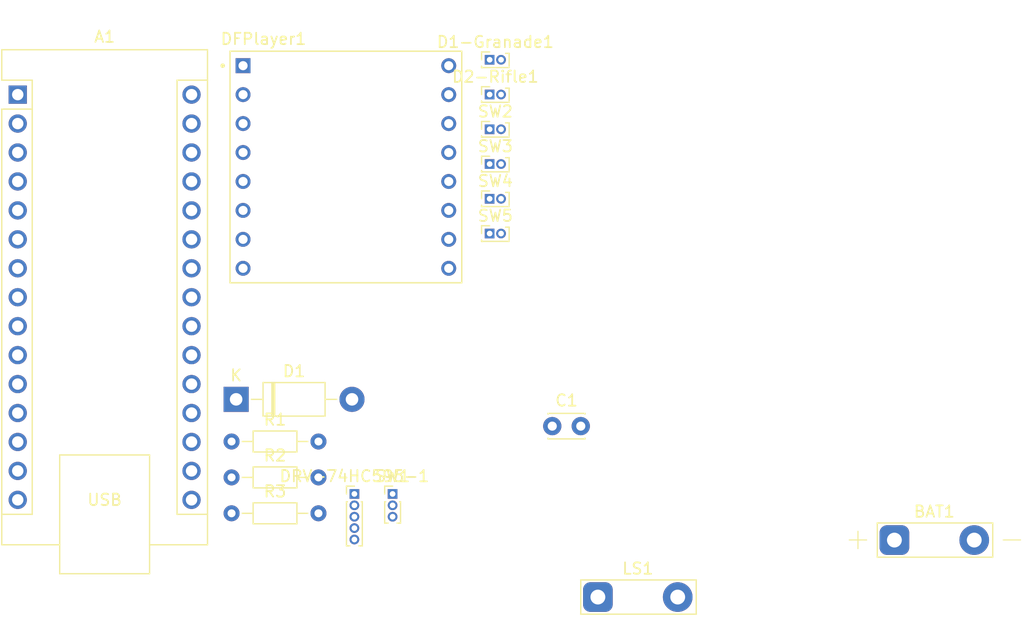
<source format=kicad_pcb>
(kicad_pcb (version 20240108) (generator "pcbnew") (generator_version "8.0")
  (layers (0 "F.Cu" signal) (31 "B.Cu" signal) (34 "B.Paste" user) (35 "F.Paste" user) (36 "B.SilkS" user "B.Silkscreen") (37 "F.SilkS" user "F.Silkscreen") (38 "B.Mask" user) (39 "F.Mask" user) (44 "Edge.Cuts" user))
  (net 0 "")
  (net 1 "Net-(A1-D9)")
  (net 2 "Net-(A1-A3)")
  (net 3 "Net-(A1-+5V)")
  (net 4 "Net-(A1-A4)")
  (net 6 "Net-(A1-D3)")
  (net 8 "Net-(A1-A0)")
  (net 10 "Net-(A1-D5)")
  (net 11 "Net-(A1-D2)")
  (net 14 "Net-(A1-D10)")
  (net 17 "GND")
  (net 19 "Net-(A1-D11)")
  (net 22 "Net-(A1-A1)")
  (net 24 "Net-(A1-D12)")
  (net 25 "Net-(A1-A2)")
  (net 27 "Net-(A1-D13)")
  (net 28 "Net-(A1-A5)")
  (net 31 "Net-(D1-K)")
  (net 32 "Net-(D1-Granade1-A)")
  (net 33 "Net-(D2-Rifle1-A)")
  (net 34 "Net-(DFPlayer1-RX)")
  (net 35 "Net-(DFPlayer1-SPK1)")
  (net 36 "Net-(DFPlayer1-SPK2)")
  (footprint "Connector_PinHeader_1.00mm:PinHeader_1x05_P1.00mm_Vertical" (layer "F.Cu") (at 98.65 85.45)
    (property "Reference" "DRV-74HC595-1" (at 0 -1.56 0) (layer "F.SilkS"))
    (property "Value" "~")
    (fp_line (start -0.695 -0.685) (end 0 -0.685) (stroke (width 0.12)) (layer "F.SilkS"))
    (fp_line (start -0.695 0) (end -0.695 -0.685) (stroke (width 0.12)) (layer "F.SilkS"))
    (fp_line (start -0.695 0.685) (end -0.695 4.56) (stroke (width 0.12)) (layer "F.SilkS"))
    (fp_line (start -0.695 0.685) (end -0.608276 0.685) (stroke (width 0.12)) (layer "F.SilkS"))
    (fp_line (start -0.695 4.56) (end -0.394493 4.56) (stroke (width 0.12)) (layer "F.SilkS"))
    (fp_line (start 0.394493 4.56) (end 0.695 4.56) (stroke (width 0.12)) (layer "F.SilkS"))
    (fp_line (start 0.608276 0.685) (end 0.695 0.685) (stroke (width 0.12)) (layer "F.SilkS"))
    (fp_line (start 0.695 0.685) (end 0.695 4.56) (stroke (width 0.12)) (layer "F.SilkS"))
    (pad "1" thru_hole rect (at 0 0) (size 0.85 0.85) (drill 0.5) (layers "*.Cu" "*.Mask") (net 19 "Net-(A1-D11)"))
    (pad "2" thru_hole oval (at 0 1) (size 0.85 0.85) (drill 0.5) (layers "*.Cu" "*.Mask") (net 24 "Net-(A1-D12)"))
    (pad "3" thru_hole oval (at 0 2) (size 0.85 0.85) (drill 0.5) (layers "*.Cu" "*.Mask") (net 27 "Net-(A1-D13)"))
    (pad "4" thru_hole oval (at 0 3) (size 0.85 0.85) (drill 0.5) (layers "*.Cu" "*.Mask") (net 17 "GND"))
    (pad "5" thru_hole oval (at 0 4) (size 0.85 0.85) (drill 0.5) (layers "*.Cu" "*.Mask") (net 3 "Net-(A1-+5V)"))
  )
  (footprint "Connector_PinHeader_1.00mm:PinHeader_2x01_P1.00mm_Vertical" (layer "F.Cu") (at 110.51 50.4)
    (property "Reference" "D2-Rifle1" (at 0.5 -1.56 0) (layer "F.SilkS"))
    (property "Value" "LED")
    (fp_line (start -0.71 -0.685) (end 0 -0.685) (stroke (width 0.12)) (layer "F.SilkS"))
    (fp_line (start -0.71 0) (end -0.71 -0.685) (stroke (width 0.12)) (layer "F.SilkS"))
    (fp_line (start -0.71 0.685) (end -0.71 0.56) (stroke (width 0.12)) (layer "F.SilkS"))
    (fp_line (start -0.71 0.685) (end -0.608276 0.685) (stroke (width 0.12)) (layer "F.SilkS"))
    (fp_line (start -0.71 0.685) (end 1.71 0.685) (stroke (width 0.12)) (layer "F.SilkS"))
    (fp_line (start 1.394493 -0.56) (end 1.71 -0.56) (stroke (width 0.12)) (layer "F.SilkS"))
    (fp_line (start 1.71 -0.56) (end 1.71 0.56) (stroke (width 0.12)) (layer "F.SilkS"))
    (pad "1" thru_hole rect (at 0 0) (size 0.85 0.85) (drill 0.5) (layers "*.Cu" "*.Mask") (net 17 "GND"))
    (pad "2" thru_hole oval (at 1 0) (size 0.85 0.85) (drill 0.5) (layers "*.Cu" "*.Mask") (net 33 "Net-(D2-Rifle1-A)"))
  )
  (footprint "Connector_PinHeader_1.00mm:PinHeader_2x01_P1.00mm_Vertical" (layer "F.Cu") (at 110.51 47.35)
    (property "Reference" "D1-Granade1" (at 0.5 -1.56 0) (layer "F.SilkS"))
    (property "Value" "LED")
    (fp_line (start -0.71 -0.685) (end 0 -0.685) (stroke (width 0.12)) (layer "F.SilkS"))
    (fp_line (start -0.71 0) (end -0.71 -0.685) (stroke (width 0.12)) (layer "F.SilkS"))
    (fp_line (start -0.71 0.685) (end -0.71 0.56) (stroke (width 0.12)) (layer "F.SilkS"))
    (fp_line (start -0.71 0.685) (end -0.608276 0.685) (stroke (width 0.12)) (layer "F.SilkS"))
    (fp_line (start -0.71 0.685) (end 1.71 0.685) (stroke (width 0.12)) (layer "F.SilkS"))
    (fp_line (start 1.394493 -0.56) (end 1.71 -0.56) (stroke (width 0.12)) (layer "F.SilkS"))
    (fp_line (start 1.71 -0.56) (end 1.71 0.56) (stroke (width 0.12)) (layer "F.SilkS"))
    (pad "1" thru_hole rect (at 0 0) (size 0.85 0.85) (drill 0.5) (layers "*.Cu" "*.Mask") (net 17 "GND"))
    (pad "2" thru_hole oval (at 1 0) (size 0.85 0.85) (drill 0.5) (layers "*.Cu" "*.Mask") (net 32 "Net-(D1-Granade1-A)"))
  )
  (footprint "Connector_PinHeader_1.00mm:PinHeader_2x01_P1.00mm_Vertical" (layer "F.Cu") (at 110.51 56.5)
    (property "Reference" "SW3" (at 0.5 -1.56 0) (layer "F.SilkS"))
    (property "Value" "Granade fire")
    (fp_line (start -0.71 -0.685) (end 0 -0.685) (stroke (width 0.12)) (layer "F.SilkS"))
    (fp_line (start -0.71 0) (end -0.71 -0.685) (stroke (width 0.12)) (layer "F.SilkS"))
    (fp_line (start -0.71 0.685) (end -0.71 0.56) (stroke (width 0.12)) (layer "F.SilkS"))
    (fp_line (start -0.71 0.685) (end -0.608276 0.685) (stroke (width 0.12)) (layer "F.SilkS"))
    (fp_line (start -0.71 0.685) (end 1.71 0.685) (stroke (width 0.12)) (layer "F.SilkS"))
    (fp_line (start 1.394493 -0.56) (end 1.71 -0.56) (stroke (width 0.12)) (layer "F.SilkS"))
    (fp_line (start 1.71 -0.56) (end 1.71 0.56) (stroke (width 0.12)) (layer "F.SilkS"))
    (pad "1" thru_hole rect (at 0 0) (size 0.85 0.85) (drill 0.5) (layers "*.Cu" "*.Mask") (net 28 "Net-(A1-A5)"))
    (pad "2" thru_hole oval (at 1 0) (size 0.85 0.85) (drill 0.5) (layers "*.Cu" "*.Mask") (net 17 "GND"))
  )
  (footprint "Resistor_THT:R_Axial_DIN0204_L3.6mm_D1.6mm_P7.62mm_Horizontal" (layer "F.Cu") (at 87.88 84)
    (property "Reference" "R2" (at 3.81 -1.92 0) (layer "F.SilkS"))
    (property "Value" "220")
    (fp_line (start 0.94 0) (end 1.89 0) (stroke (width 0.12)) (layer "F.SilkS"))
    (fp_line (start 1.89 -0.92) (end 1.89 0.92) (stroke (width 0.12)) (layer "F.SilkS"))
    (fp_line (start 1.89 0.92) (end 5.73 0.92) (stroke (width 0.12)) (layer "F.SilkS"))
    (fp_line (start 5.73 -0.92) (end 1.89 -0.92) (stroke (width 0.12)) (layer "F.SilkS"))
    (fp_line (start 5.73 0.92) (end 5.73 -0.92) (stroke (width 0.12)) (layer "F.SilkS"))
    (fp_line (start 6.68 0) (end 5.73 0) (stroke (width 0.12)) (layer "F.SilkS"))
    (pad "1" thru_hole circle (at 0 0) (size 1.4 1.4) (drill 0.7) (layers "*.Cu" "*.Mask") (net 8 "Net-(A1-A0)"))
    (pad "2" thru_hole oval (at 7.62 0) (size 1.4 1.4) (drill 0.7) (layers "*.Cu" "*.Mask") (net 33 "Net-(D2-Rifle1-A)"))
  )
  (footprint "Resistor_THT:R_Axial_DIN0204_L3.6mm_D1.6mm_P7.62mm_Horizontal" (layer "F.Cu") (at 87.88 87.15)
    (property "Reference" "R3" (at 3.81 -1.92 0) (layer "F.SilkS"))
    (property "Value" "1000")
    (fp_line (start 0.94 0) (end 1.89 0) (stroke (width 0.12)) (layer "F.SilkS"))
    (fp_line (start 1.89 -0.92) (end 1.89 0.92) (stroke (width 0.12)) (layer "F.SilkS"))
    (fp_line (start 1.89 0.92) (end 5.73 0.92) (stroke (width 0.12)) (layer "F.SilkS"))
    (fp_line (start 5.73 -0.92) (end 1.89 -0.92) (stroke (width 0.12)) (layer "F.SilkS"))
    (fp_line (start 5.73 0.92) (end 5.73 -0.92) (stroke (width 0.12)) (layer "F.SilkS"))
    (fp_line (start 6.68 0) (end 5.73 0) (stroke (width 0.12)) (layer "F.SilkS"))
    (pad "1" thru_hole circle (at 0 0) (size 1.4 1.4) (drill 0.7) (layers "*.Cu" "*.Mask") (net 34 "Net-(DFPlayer1-RX)"))
    (pad "2" thru_hole oval (at 7.62 0) (size 1.4 1.4) (drill 0.7) (layers "*.Cu" "*.Mask") (net 6 "Net-(A1-D3)"))
  )
  (footprint "Resistor_THT:R_Axial_DIN0204_L3.6mm_D1.6mm_P7.62mm_Horizontal" (layer "F.Cu") (at 87.88 80.85)
    (property "Reference" "R1" (at 3.81 -1.92 0) (layer "F.SilkS"))
    (property "Value" "220")
    (fp_line (start 0.94 0) (end 1.89 0) (stroke (width 0.12)) (layer "F.SilkS"))
    (fp_line (start 1.89 -0.92) (end 1.89 0.92) (stroke (width 0.12)) (layer "F.SilkS"))
    (fp_line (start 1.89 0.92) (end 5.73 0.92) (stroke (width 0.12)) (layer "F.SilkS"))
    (fp_line (start 5.73 -0.92) (end 1.89 -0.92) (stroke (width 0.12)) (layer "F.SilkS"))
    (fp_line (start 5.73 0.92) (end 5.73 -0.92) (stroke (width 0.12)) (layer "F.SilkS"))
    (fp_line (start 6.68 0) (end 5.73 0) (stroke (width 0.12)) (layer "F.SilkS"))
    (pad "1" thru_hole circle (at 0 0) (size 1.4 1.4) (drill 0.7) (layers "*.Cu" "*.Mask") (net 10 "Net-(A1-D5)"))
    (pad "2" thru_hole oval (at 7.62 0) (size 1.4 1.4) (drill 0.7) (layers "*.Cu" "*.Mask") (net 32 "Net-(D1-Granade1-A)"))
  )
  (footprint "Capacitor_THT:C_Disc_D3.0mm_W2.0mm_P2.50mm" (layer "F.Cu") (at 116 79.5)
    (property "Reference" "C1" (at 1.25 -2.25 0) (layer "F.SilkS"))
    (property "Value" "C")
    (fp_line (start -0.37 -1.12) (end -0.37 -1.055) (stroke (width 0.12)) (layer "F.SilkS"))
    (fp_line (start -0.37 -1.12) (end 2.87 -1.12) (stroke (width 0.12)) (layer "F.SilkS"))
    (fp_line (start -0.37 1.055) (end -0.37 1.12) (stroke (width 0.12)) (layer "F.SilkS"))
    (fp_line (start -0.37 1.12) (end 2.87 1.12) (stroke (width 0.12)) (layer "F.SilkS"))
    (fp_line (start 2.87 -1.12) (end 2.87 -1.055) (stroke (width 0.12)) (layer "F.SilkS"))
    (fp_line (start 2.87 1.055) (end 2.87 1.12) (stroke (width 0.12)) (layer "F.SilkS"))
    (pad "1" thru_hole circle (at 0 0) (size 1.6 1.6) (drill 0.8) (layers "*.Cu" "*.Mask") (net 31 "Net-(D1-K)"))
    (pad "2" thru_hole circle (at 2.5 0) (size 1.6 1.6) (drill 0.8) (layers "*.Cu" "*.Mask") (net 17 "GND"))
  )
  (footprint "Connector_PinHeader_1.00mm:PinHeader_2x01_P1.00mm_Vertical" (layer "F.Cu") (at 110.51 59.55)
    (property "Reference" "SW4" (at 0.5 -1.56 0) (layer "F.SilkS"))
    (property "Value" "Cock")
    (fp_line (start -0.71 -0.685) (end 0 -0.685) (stroke (width 0.12)) (layer "F.SilkS"))
    (fp_line (start -0.71 0) (end -0.71 -0.685) (stroke (width 0.12)) (layer "F.SilkS"))
    (fp_line (start -0.71 0.685) (end -0.71 0.56) (stroke (width 0.12)) (layer "F.SilkS"))
    (fp_line (start -0.71 0.685) (end -0.608276 0.685) (stroke (width 0.12)) (layer "F.SilkS"))
    (fp_line (start -0.71 0.685) (end 1.71 0.685) (stroke (width 0.12)) (layer "F.SilkS"))
    (fp_line (start 1.394493 -0.56) (end 1.71 -0.56) (stroke (width 0.12)) (layer "F.SilkS"))
    (fp_line (start 1.71 -0.56) (end 1.71 0.56) (stroke (width 0.12)) (layer "F.SilkS"))
    (pad "1" thru_hole rect (at 0 0) (size 0.85 0.85) (drill 0.5) (layers "*.Cu" "*.Mask") (net 4 "Net-(A1-A4)"))
    (pad "2" thru_hole oval (at 1 0) (size 0.85 0.85) (drill 0.5) (layers "*.Cu" "*.Mask") (net 17 "GND"))
  )
  (footprint "Module:Arduino_Nano" (layer "F.Cu") (at 69.13 50.41)
    (property "Reference" "A1" (at 7.62 -5.08 0) (layer "F.SilkS"))
    (property "Value" "Arduino_Nano_v3.x")
    (fp_line (start -1.4 -3.94) (end -1.4 -1.27) (stroke (width 0.12)) (layer "F.SilkS"))
    (fp_line (start -1.4 1.27) (end -1.4 39.5) (stroke (width 0.12)) (layer "F.SilkS"))
    (fp_line (start -1.4 39.5) (end 3.68 39.5) (stroke (width 0.12)) (layer "F.SilkS"))
    (fp_line (start 1.27 -1.27) (end -1.4 -1.27) (stroke (width 0.12)) (layer "F.SilkS"))
    (fp_line (start 1.27 1.27) (end -1.4 1.27) (stroke (width 0.12)) (layer "F.SilkS"))
    (fp_line (start 1.27 1.27) (end 1.27 -1.27) (stroke (width 0.12)) (layer "F.SilkS"))
    (fp_line (start 1.27 1.27) (end 1.27 36.83) (stroke (width 0.12)) (layer "F.SilkS"))
    (fp_line (start 1.27 36.83) (end -1.4 36.83) (stroke (width 0.12)) (layer "F.SilkS"))
    (fp_line (start 3.68 31.62) (end 11.56 31.62) (stroke (width 0.12)) (layer "F.SilkS"))
    (fp_line (start 3.68 42.04) (end 3.68 31.62) (stroke (width 0.12)) (layer "F.SilkS"))
    (fp_line (start 11.56 31.62) (end 11.56 42.04) (stroke (width 0.12)) (layer "F.SilkS"))
    (fp_line (start 11.56 42.04) (end 3.68 42.04) (stroke (width 0.12)) (layer "F.SilkS"))
    (fp_line (start 13.97 -1.27) (end 13.97 36.83) (stroke (width 0.12)) (layer "F.SilkS"))
    (fp_line (start 13.97 -1.27) (end 16.64 -1.27) (stroke (width 0.12)) (layer "F.SilkS"))
    (fp_line (start 13.97 36.83) (end 16.64 36.83) (stroke (width 0.12)) (layer "F.SilkS"))
    (fp_line (start 16.64 -3.94) (end -1.4 -3.94) (stroke (width 0.12)) (layer "F.SilkS"))
    (fp_line (start 16.64 39.5) (end 11.56 39.5) (stroke (width 0.12)) (layer "F.SilkS"))
    (fp_line (start 16.64 39.5) (end 16.64 -3.94) (stroke (width 0.12)) (layer "F.SilkS"))
    (fp_text user "USB" (at 7.62 35.56 0) (layer "F.SilkS"))
    (pad "1" thru_hole rect (at 0 0) (size 1.6 1.6) (drill 1) (layers "*.Cu" "*.Mask"))
    (pad "2" thru_hole oval (at 0 2.54) (size 1.6 1.6) (drill 1) (layers "*.Cu" "*.Mask"))
    (pad "3" thru_hole oval (at 0 5.08) (size 1.6 1.6) (drill 1) (layers "*.Cu" "*.Mask"))
    (pad "4" thru_hole oval (at 0 7.62) (size 1.6 1.6) (drill 1) (layers "*.Cu" "*.Mask"))
    (pad "5" thru_hole oval (at 0 10.16) (size 1.6 1.6) (drill 1) (layers "*.Cu" "*.Mask") (net 11 "Net-(A1-D2)"))
    (pad "6" thru_hole oval (at 0 12.7) (size 1.6 1.6) (drill 1) (layers "*.Cu" "*.Mask") (net 6 "Net-(A1-D3)"))
    (pad "7" thru_hole oval (at 0 15.24) (size 1.6 1.6) (drill 1) (layers "*.Cu" "*.Mask"))
    (pad "8" thru_hole oval (at 0 17.78) (size 1.6 1.6) (drill 1) (layers "*.Cu" "*.Mask") (net 10 "Net-(A1-D5)"))
    (pad "9" thru_hole oval (at 0 20.32) (size 1.6 1.6) (drill 1) (layers "*.Cu" "*.Mask"))
    (pad "10" thru_hole oval (at 0 22.86) (size 1.6 1.6) (drill 1) (layers "*.Cu" "*.Mask"))
    (pad "11" thru_hole oval (at 0 25.4) (size 1.6 1.6) (drill 1) (layers "*.Cu" "*.Mask"))
    (pad "12" thru_hole oval (at 0 27.94) (size 1.6 1.6) (drill 1) (layers "*.Cu" "*.Mask") (net 1 "Net-(A1-D9)"))
    (pad "13" thru_hole oval (at 0 30.48) (size 1.6 1.6) (drill 1) (layers "*.Cu" "*.Mask") (net 14 "Net-(A1-D10)"))
    (pad "14" thru_hole oval (at 0 33.02) (size 1.6 1.6) (drill 1) (layers "*.Cu" "*.Mask") (net 19 "Net-(A1-D11)"))
    (pad "15" thru_hole oval (at 0 35.56) (size 1.6 1.6) (drill 1) (layers "*.Cu" "*.Mask") (net 24 "Net-(A1-D12)"))
    (pad "16" thru_hole oval (at 15.24 35.56) (size 1.6 1.6) (drill 1) (layers "*.Cu" "*.Mask") (net 27 "Net-(A1-D13)"))
    (pad "17" thru_hole oval (at 15.24 33.02) (size 1.6 1.6) (drill 1) (layers "*.Cu" "*.Mask"))
    (pad "18" thru_hole oval (at 15.24 30.48) (size 1.6 1.6) (drill 1) (layers "*.Cu" "*.Mask"))
    (pad "19" thru_hole oval (at 15.24 27.94) (size 1.6 1.6) (drill 1) (layers "*.Cu" "*.Mask") (net 8 "Net-(A1-A0)"))
    (pad "20" thru_hole oval (at 15.24 25.4) (size 1.6 1.6) (drill 1) (layers "*.Cu" "*.Mask") (net 22 "Net-(A1-A1)"))
    (pad "21" thru_hole oval (at 15.24 22.86) (size 1.6 1.6) (drill 1) (layers "*.Cu" "*.Mask") (net 25 "Net-(A1-A2)"))
    (pad "22" thru_hole oval (at 15.24 20.32) (size 1.6 1.6) (drill 1) (layers "*.Cu" "*.Mask") (net 2 "Net-(A1-A3)"))
    (pad "23" thru_hole oval (at 15.24 17.78) (size 1.6 1.6) (drill 1) (layers "*.Cu" "*.Mask") (net 4 "Net-(A1-A4)"))
    (pad "24" thru_hole oval (at 15.24 15.24) (size 1.6 1.6) (drill 1) (layers "*.Cu" "*.Mask") (net 28 "Net-(A1-A5)"))
    (pad "25" thru_hole oval (at 15.24 12.7) (size 1.6 1.6) (drill 1) (layers "*.Cu" "*.Mask"))
    (pad "26" thru_hole oval (at 15.24 10.16) (size 1.6 1.6) (drill 1) (layers "*.Cu" "*.Mask"))
    (pad "27" thru_hole oval (at 15.24 7.62) (size 1.6 1.6) (drill 1) (layers "*.Cu" "*.Mask") (net 3 "Net-(A1-+5V)"))
    (pad "28" thru_hole oval (at 15.24 5.08) (size 1.6 1.6) (drill 1) (layers "*.Cu" "*.Mask"))
    (pad "29" thru_hole oval (at 15.24 2.54) (size 1.6 1.6) (drill 1) (layers "*.Cu" "*.Mask") (net 17 "GND"))
    (pad "30" thru_hole oval (at 15.24 0) (size 1.6 1.6) (drill 1) (layers "*.Cu" "*.Mask"))
  )
  (footprint "ProjectLibrary:BatteryLeads" (layer "F.Cu") (at 146 89.5)
    (property "Reference" "BAT1" (at 3.5 -2.5 0) (layer "F.SilkS"))
    (property "Value" "5V")
    (fp_line (start -1.5 -1.5) (end -1.5 1.5) (stroke (width 0.12)) (layer "F.SilkS"))
    (fp_line (start -1.5 -1.5) (end 8.623212 -1.5) (stroke (width 0.12)) (layer "F.SilkS"))
    (fp_line (start 8.623212 1.5) (end -1.5 1.5) (stroke (width 0.12)) (layer "F.SilkS"))
    (fp_line (start 8.623212 1.5) (end 8.623212 -1.5) (stroke (width 0.12)) (layer "F.SilkS"))
    (fp_text user "-" (at 9 1 0) (layer "F.SilkS") (effects (font (size 2 2) (thickness 0.1)) (justify left bottom)))
    (fp_text user "+" (at -4.5 1 0) (layer "F.SilkS") (effects (font (size 2 2) (thickness 0.1)) (justify left bottom)))
    (pad "1" thru_hole roundrect (at 0 0) (size 2.6 2.6) (drill 1.3) (layers "*.Cu" "*.Mask") (net 3 "Net-(A1-+5V)"))
    (pad "2" thru_hole circle (at 7 0) (size 2.6 2.6) (drill 1.3) (layers "*.Cu" "*.Mask") (net 17 "GND"))
  )
  (footprint "Diode_THT:D_DO-41_SOD81_P10.16mm_Horizontal" (layer "F.Cu") (at 88.28 77.15)
    (property "Reference" "D1" (at 5.08 -2.47 0) (layer "F.SilkS"))
    (property "Value" "1N5819")
    (fp_line (start 1.34 0) (end 2.36 0) (stroke (width 0.12)) (layer "F.SilkS"))
    (fp_line (start 2.36 -1.47) (end 2.36 1.47) (stroke (width 0.12)) (layer "F.SilkS"))
    (fp_line (start 2.36 1.47) (end 7.8 1.47) (stroke (width 0.12)) (layer "F.SilkS"))
    (fp_line (start 3.14 -1.47) (end 3.14 1.47) (stroke (width 0.12)) (layer "F.SilkS"))
    (fp_line (start 3.26 -1.47) (end 3.26 1.47) (stroke (width 0.12)) (layer "F.SilkS"))
    (fp_line (start 3.38 -1.47) (end 3.38 1.47) (stroke (width 0.12)) (layer "F.SilkS"))
    (fp_line (start 7.8 -1.47) (end 2.36 -1.47) (stroke (width 0.12)) (layer "F.SilkS"))
    (fp_line (start 7.8 1.47) (end 7.8 -1.47) (stroke (width 0.12)) (layer "F.SilkS"))
    (fp_line (start 8.82 0) (end 7.8 0) (stroke (width 0.12)) (layer "F.SilkS"))
    (fp_text user "K" (at 0 -2.1 0) (layer "F.SilkS"))
    (pad "1" thru_hole rect (at 0 0) (size 2.2 2.2) (drill 1.1) (layers "*.Cu" "*.Mask") (net 31 "Net-(D1-K)"))
    (pad "2" thru_hole oval (at 10.16 0) (size 2.2 2.2) (drill 1.1) (layers "*.Cu" "*.Mask") (net 3 "Net-(A1-+5V)"))
  )
  (footprint "ByPS-Library:MODULE_DFR0299" (layer "F.Cu") (at 97.905 56.76)
    (property "Reference" "DFPlayer1" (at -7.225 -11.235 0) (layer "F.SilkS"))
    (property "Value" "DFPlayer")
    (fp_line (start -10.16 -10.16) (end 10.16 -10.16) (stroke (width 0.127)) (layer "F.SilkS"))
    (fp_line (start -10.16 10.16) (end -10.16 -10.16) (stroke (width 0.127)) (layer "F.SilkS"))
    (fp_line (start 10.16 -10.16) (end 10.16 10.16) (stroke (width 0.127)) (layer "F.SilkS"))
    (fp_line (start 10.16 10.16) (end -10.16 10.16) (stroke (width 0.127)) (layer "F.SilkS"))
    (fp_circle (center -10.8 -8.89) (end -10.7 -8.89) (stroke (width 0.2)) (fill none) (layer "F.SilkS"))
    (pad "1" thru_hole rect (at -9.017 -8.89) (size 1.308 1.308) (drill 0.8) (layers "*.Cu" "*.Mask") (net 31 "Net-(D1-K)"))
    (pad "2" thru_hole circle (at -9.017 -6.35) (size 1.308 1.308) (drill 0.8) (layers "*.Cu" "*.Mask") (net 34 "Net-(DFPlayer1-RX)"))
    (pad "3" thru_hole circle (at -9.017 -3.81) (size 1.308 1.308) (drill 0.8) (layers "*.Cu" "*.Mask") (net 11 "Net-(A1-D2)"))
    (pad "4" thru_hole circle (at -9.017 -1.27) (size 1.308 1.308) (drill 0.8) (layers "*.Cu" "*.Mask"))
    (pad "5" thru_hole circle (at -9.017 1.27) (size 1.308 1.308) (drill 0.8) (layers "*.Cu" "*.Mask"))
    (pad "6" thru_hole circle (at -9.017 3.81) (size 1.308 1.308) (drill 0.8) (layers "*.Cu" "*.Mask") (net 35 "Net-(DFPlayer1-SPK1)"))
    (pad "7" thru_hole circle (at -9.017 6.35) (size 1.308 1.308) (drill 0.8) (layers "*.Cu" "*.Mask") (net 17 "GND"))
    (pad "8" thru_hole circle (at -9.017 8.89) (size 1.308 1.308) (drill 0.8) (layers "*.Cu" "*.Mask") (net 36 "Net-(DFPlayer1-SPK2)"))
    (pad "9" thru_hole circle (at 9.017 8.89) (size 1.308 1.308) (drill 0.8) (layers "*.Cu" "*.Mask"))
    (pad "10" thru_hole circle (at 9.017 6.35) (size 1.308 1.308) (drill 0.8) (layers "*.Cu" "*.Mask") (net 17 "GND"))
    (pad "11" thru_hole circle (at 9.017 3.81) (size 1.308 1.308) (drill 0.8) (layers "*.Cu" "*.Mask"))
    (pad "12" thru_hole circle (at 9.017 1.27) (size 1.308 1.308) (drill 0.8) (layers "*.Cu" "*.Mask"))
    (pad "13" thru_hole circle (at 9.017 -1.27) (size 1.308 1.308) (drill 0.8) (layers "*.Cu" "*.Mask"))
    (pad "14" thru_hole circle (at 9.017 -3.81) (size 1.308 1.308) (drill 0.8) (layers "*.Cu" "*.Mask"))
    (pad "15" thru_hole circle (at 9.017 -6.35) (size 1.308 1.308) (drill 0.8) (layers "*.Cu" "*.Mask"))
    (pad "16" thru_hole circle (at 9.017 -8.89) (size 1.308 1.308) (drill 0.8) (layers "*.Cu" "*.Mask"))
  )
  (footprint "Connector_PinHeader_1.00mm:PinHeader_2x01_P1.00mm_Vertical" (layer "F.Cu") (at 110.51 62.6)
    (property "Reference" "SW5" (at 0.5 -1.56 0) (layer "F.SilkS"))
    (property "Value" "Magazine reload")
    (fp_line (start -0.71 -0.685) (end 0 -0.685) (stroke (width 0.12)) (layer "F.SilkS"))
    (fp_line (start -0.71 0) (end -0.71 -0.685) (stroke (width 0.12)) (layer "F.SilkS"))
    (fp_line (start -0.71 0.685) (end -0.71 0.56) (stroke (width 0.12)) (layer "F.SilkS"))
    (fp_line (start -0.71 0.685) (end -0.608276 0.685) (stroke (width 0.12)) (layer "F.SilkS"))
    (fp_line (start -0.71 0.685) (end 1.71 0.685) (stroke (width 0.12)) (layer "F.SilkS"))
    (fp_line (start 1.394493 -0.56) (end 1.71 -0.56) (stroke (width 0.12)) (layer "F.SilkS"))
    (fp_line (start 1.71 -0.56) (end 1.71 0.56) (stroke (width 0.12)) (layer "F.SilkS"))
    (pad "1" thru_hole rect (at 0 0) (size 0.85 0.85) (drill 0.5) (layers "*.Cu" "*.Mask") (net 2 "Net-(A1-A3)"))
    (pad "2" thru_hole oval (at 1 0) (size 0.85 0.85) (drill 0.5) (layers "*.Cu" "*.Mask") (net 17 "GND"))
  )
  (footprint "Connector_PinHeader_1.00mm:PinHeader_1x03_P1.00mm_Vertical" (layer "F.Cu") (at 102 85.45)
    (property "Reference" "SW1" (at 0 -1.56 0) (layer "F.SilkS"))
    (property "Value" "RotaryEncoder_Switch")
    (fp_line (start -0.695 -0.685) (end 0 -0.685) (stroke (width 0.12)) (layer "F.SilkS"))
    (fp_line (start -0.695 0) (end -0.695 -0.685) (stroke (width 0.12)) (layer "F.SilkS"))
    (fp_line (start -0.695 0.685) (end -0.695 2.56) (stroke (width 0.12)) (layer "F.SilkS"))
    (fp_line (start -0.695 0.685) (end -0.608276 0.685) (stroke (width 0.12)) (layer "F.SilkS"))
    (fp_line (start -0.695 2.56) (end -0.394493 2.56) (stroke (width 0.12)) (layer "F.SilkS"))
    (fp_line (start 0.394493 2.56) (end 0.695 2.56) (stroke (width 0.12)) (layer "F.SilkS"))
    (fp_line (start 0.608276 0.685) (end 0.695 0.685) (stroke (width 0.12)) (layer "F.SilkS"))
    (fp_line (start 0.695 0.685) (end 0.695 2.56) (stroke (width 0.12)) (layer "F.SilkS"))
    (pad "1" thru_hole rect (at 0 0) (size 0.85 0.85) (drill 0.5) (layers "*.Cu" "*.Mask"))
    (pad "2" thru_hole oval (at 0 1) (size 0.85 0.85) (drill 0.5) (layers "*.Cu" "*.Mask"))
    (pad "3" thru_hole oval (at 0 2) (size 0.85 0.85) (drill 0.5) (layers "*.Cu" "*.Mask"))
  )
  (footprint "ProjectLibrary:Speaker" (layer "F.Cu") (at 120 94.5)
    (property "Reference" "LS1" (at 3.5 -2.5 0) (layer "F.SilkS"))
    (property "Value" "Speaker 3W")
    (fp_line (start -1.5 -1.5) (end -1.5 1.5) (stroke (width 0.12)) (layer "F.SilkS"))
    (fp_line (start -1.5 -1.5) (end 8.623212 -1.5) (stroke (width 0.12)) (layer "F.SilkS"))
    (fp_line (start 8.623212 1.5) (end -1.5 1.5) (stroke (width 0.12)) (layer "F.SilkS"))
    (fp_line (start 8.623212 1.5) (end 8.623212 -1.5) (stroke (width 0.12)) (layer "F.SilkS"))
    (pad "1" thru_hole roundrect (at 0 0) (size 2.6 2.6) (drill 1.3) (layers "*.Cu" "*.Mask") (net 35 "Net-(DFPlayer1-SPK1)"))
    (pad "2" thru_hole circle (at 7 0) (size 2.6 2.6) (drill 1.3) (layers "*.Cu" "*.Mask") (net 36 "Net-(DFPlayer1-SPK2)"))
  )
  (footprint "Connector_PinHeader_1.00mm:PinHeader_2x01_P1.00mm_Vertical" (layer "F.Cu") (at 110.51 53.45)
    (property "Reference" "SW2" (at 0.5 -1.56 0) (layer "F.SilkS"))
    (property "Value" "Rifle Fire")
    (fp_line (start -0.71 -0.685) (end 0 -0.685) (stroke (width 0.12)) (layer "F.SilkS"))
    (fp_line (start -0.71 0) (end -0.71 -0.685) (stroke (width 0.12)) (layer "F.SilkS"))
    (fp_line (start -0.71 0.685) (end -0.71 0.56) (stroke (width 0.12)) (layer "F.SilkS"))
    (fp_line (start -0.71 0.685) (end -0.608276 0.685) (stroke (width 0.12)) (layer "F.SilkS"))
    (fp_line (start -0.71 0.685) (end 1.71 0.685) (stroke (width 0.12)) (layer "F.SilkS"))
    (fp_line (start 1.394493 -0.56) (end 1.71 -0.56) (stroke (width 0.12)) (layer "F.SilkS"))
    (fp_line (start 1.71 -0.56) (end 1.71 0.56) (stroke (width 0.12)) (layer "F.SilkS"))
    (pad "1" thru_hole rect (at 0 0) (size 0.85 0.85) (drill 0.5) (layers "*.Cu" "*.Mask") (net 25 "Net-(A1-A2)"))
    (pad "2" thru_hole oval (at 1 0) (size 0.85 0.85) (drill 0.5) (layers "*.Cu" "*.Mask") (net 17 "GND"))
  )
)
</source>
